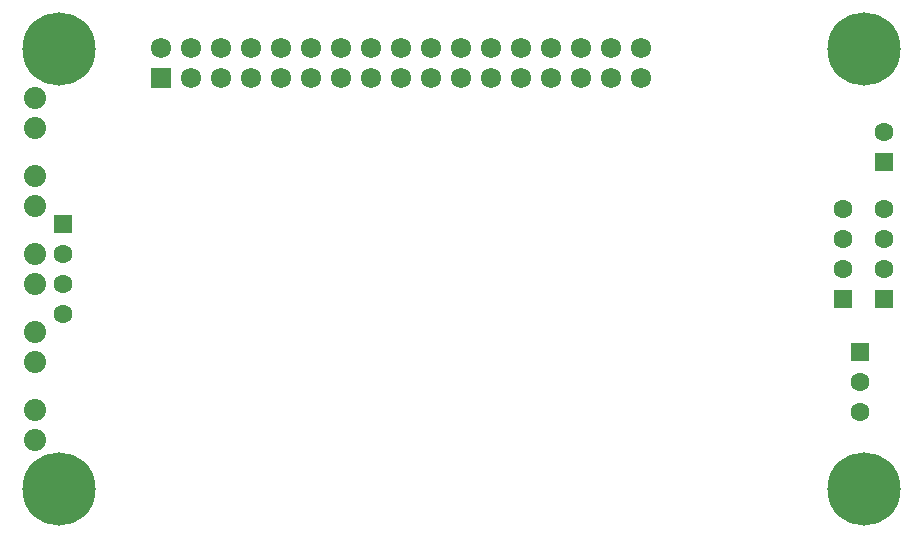
<source format=gbs>
G04 (created by PCBNEW-RS274X (2012-01-19 BZR 3256)-stable) date 16/02/2013 19:01:43*
G01*
G70*
G90*
%MOIN*%
G04 Gerber Fmt 3.4, Leading zero omitted, Abs format*
%FSLAX34Y34*%
G04 APERTURE LIST*
%ADD10C,0.006000*%
%ADD11R,0.062900X0.062900*%
%ADD12C,0.062900*%
%ADD13R,0.062800X0.062800*%
%ADD14C,0.062800*%
%ADD15C,0.244000*%
%ADD16C,0.067800*%
%ADD17R,0.067800X0.067800*%
%ADD18C,0.073800*%
G04 APERTURE END LIST*
G54D10*
G54D11*
X66535Y-38705D03*
G54D12*
X66535Y-37705D03*
X66535Y-36705D03*
X66535Y-35705D03*
G54D11*
X67913Y-38705D03*
G54D12*
X67913Y-37705D03*
X67913Y-36705D03*
X67913Y-35705D03*
G54D13*
X67913Y-34161D03*
G54D14*
X67913Y-33161D03*
G54D15*
X67244Y-30394D03*
X40394Y-30394D03*
X40394Y-45039D03*
X67244Y-45039D03*
G54D16*
X57811Y-30366D03*
X59811Y-31366D03*
X59811Y-30366D03*
X58811Y-30366D03*
X58811Y-31366D03*
X50811Y-30366D03*
X52811Y-30366D03*
X51811Y-31366D03*
X56811Y-31366D03*
X53811Y-31366D03*
X52811Y-31366D03*
X57811Y-31366D03*
X56811Y-30366D03*
X54811Y-31366D03*
X49811Y-31366D03*
X51811Y-30366D03*
X53811Y-30366D03*
X55811Y-30366D03*
X55811Y-31366D03*
X54811Y-30366D03*
X48811Y-30366D03*
X49811Y-30366D03*
X50811Y-31366D03*
X48811Y-31366D03*
X47811Y-31366D03*
X47811Y-30366D03*
G54D17*
X43811Y-31366D03*
G54D16*
X43811Y-30366D03*
X44811Y-31366D03*
X44811Y-30366D03*
X45811Y-31366D03*
X45811Y-30366D03*
X46811Y-31366D03*
X46811Y-30366D03*
G54D13*
X67108Y-40486D03*
G54D14*
X67108Y-41486D03*
X67108Y-42486D03*
G54D11*
X40551Y-36217D03*
G54D12*
X40551Y-37217D03*
X40551Y-38217D03*
X40551Y-39217D03*
G54D18*
X39606Y-33020D03*
X39606Y-32020D03*
X39606Y-35618D03*
X39606Y-34618D03*
X39606Y-38217D03*
X39606Y-37217D03*
X39606Y-40815D03*
X39606Y-39815D03*
X39606Y-43413D03*
X39606Y-42413D03*
M02*

</source>
